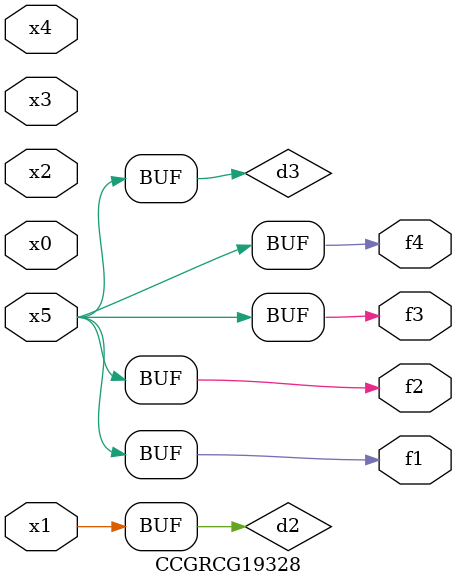
<source format=v>
module CCGRCG19328(
	input x0, x1, x2, x3, x4, x5,
	output f1, f2, f3, f4
);

	wire d1, d2, d3;

	not (d1, x5);
	or (d2, x1);
	xnor (d3, d1);
	assign f1 = d3;
	assign f2 = d3;
	assign f3 = d3;
	assign f4 = d3;
endmodule

</source>
